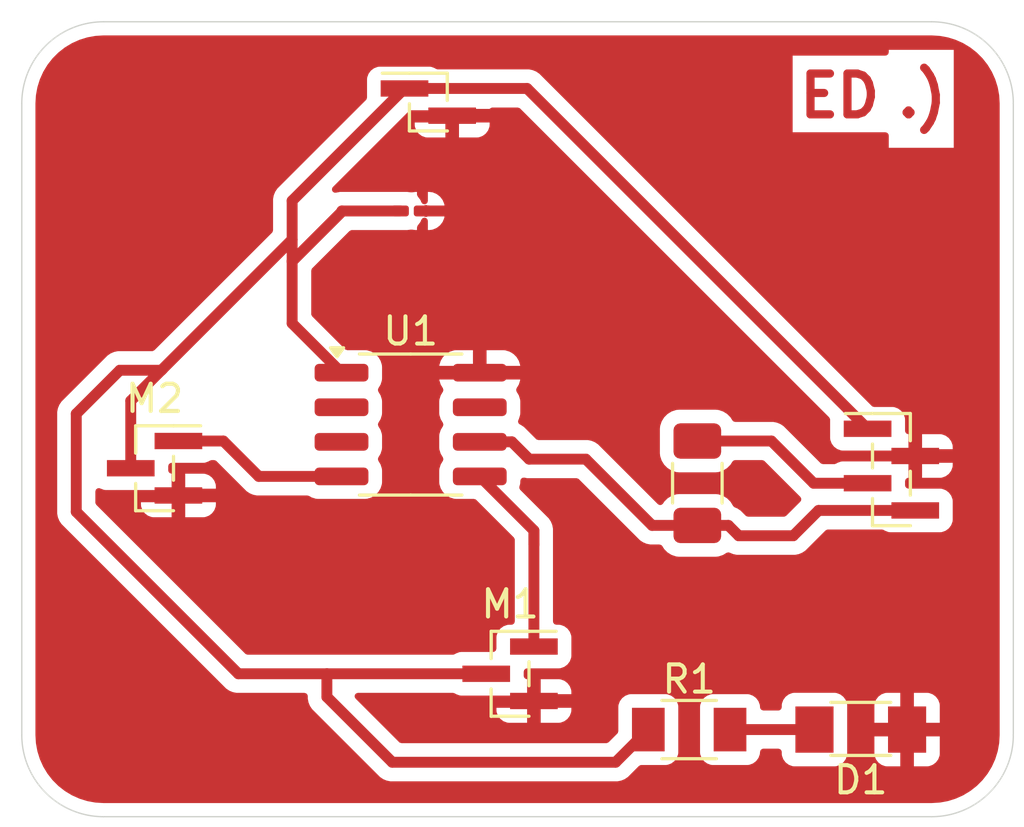
<source format=kicad_pcb>
(kicad_pcb (version 20240108) (generator "pcbnew") (generator_version "8.0")
  (layers (0 "F.Cu" signal) (31 "B.Cu" signal) (34 "B.Paste" user) (35 "F.Paste" user) (36 "B.SilkS" user "B.Silkscreen") (37 "F.SilkS" user "F.Silkscreen") (38 "B.Mask" user) (39 "F.Mask" user) (44 "Edge.Cuts" user))
  (net 0 "")
  (net 1 "Net-(UPDI1-Pin_3)")
  (net 2 "Net-(U1-~{RESET}{slash}PA0)")
  (net 3 "Net-(M1-PWM)")
  (net 4 "Net-(M2-PWM)")
  (net 8 "GND")
  (net 9 "Net-(M1-+)")
  (net 10 "Net-(D1-A)")
  (footprint "Connector_PinHeader_1.00mm:PinHeader_1x04_P1.00mm_Vertical_SMD_Pin1Left" (layer "F.Cu") (at 169.125 83.25)
    (property "Reference" "UPDI1" (hide yes))
    (property "Value" "Conn_01x04_Pin" (hide yes))
    (fp_line (start -0.695 -2.06) (end -1.69 -2.06) (stroke (width 0.12)) (layer "F.SilkS"))
    (fp_line (start -0.695 -2.06) (end -0.695 -2.06) (stroke (width 0.12)) (layer "F.SilkS"))
    (fp_line (start -0.695 -2.06) (end 0.695 -2.06) (stroke (width 0.12)) (layer "F.SilkS"))
    (fp_line (start -0.695 -0.94) (end -0.695 -0.06) (stroke (width 0.12)) (layer "F.SilkS"))
    (fp_line (start -0.695 1.06) (end -0.695 2.06) (stroke (width 0.12)) (layer "F.SilkS"))
    (fp_line (start -0.695 2.06) (end 0.695 2.06) (stroke (width 0.12)) (layer "F.SilkS"))
    (fp_line (start 0.695 -2.06) (end 0.695 -1.06) (stroke (width 0.12)) (layer "F.SilkS"))
    (fp_line (start 0.695 0.06) (end 0.695 0.94) (stroke (width 0.12)) (layer "F.SilkS"))
    (fp_line (start 0.695 2.06) (end 0.695 2.06) (stroke (width 0.12)) (layer "F.SilkS"))
    (pad "1" smd rect (at -0.875 -1.5) (size 1.75 0.6) (layers "F.Cu" "F.Paste" "F.Mask") (net 9 "Net-(M1-+)"))
    (pad "2" smd rect (at 0.875 -0.5) (size 1.75 0.6) (layers "F.Cu" "F.Paste" "F.Mask") (net 8 "GND"))
    (pad "3" smd rect (at -0.875 0.5) (size 1.75 0.6) (layers "F.Cu" "F.Paste" "F.Mask") (net 1 "Net-(UPDI1-Pin_3)"))
    (pad "4" smd rect (at 0.875 1.5) (size 1.75 0.6) (layers "F.Cu" "F.Paste" "F.Mask") (net 2 "Net-(U1-~{RESET}{slash}PA0)"))
  )
  (footprint "Package_SO:SOP-8_3.76x4.96mm_P1.27mm" (layer "F.Cu") (at 151.475 81.595)
    (property "Reference" "U1" (at 0 -3.43 0) (layer "F.SilkS"))
    (property "Value" "ATtiny412-SS")
    (fp_line (start 0 -2.59) (end -1.88 -2.59) (stroke (width 0.12)) (layer "F.SilkS"))
    (fp_line (start 0 -2.59) (end 1.88 -2.59) (stroke (width 0.12)) (layer "F.SilkS"))
    (fp_line (start 0 2.59) (end -1.88 2.59) (stroke (width 0.12)) (layer "F.SilkS"))
    (fp_line (start 0 2.59) (end 1.88 2.59) (stroke (width 0.12)) (layer "F.SilkS"))
    (fp_poly (pts (xy -2.7025 -2.49) (xy -2.9425 -2.82) (xy -2.4625 -2.82) (xy -2.7025 -2.49)) (stroke (width 0.12)) (fill solid) (layer "F.SilkS"))
    (pad "1" smd roundrect (at -2.5375 -1.905) (size 1.975 0.65) (layers "F.Cu" "F.Paste" "F.Mask") (net 9 "Net-(M1-+)"))
    (pad "2" smd roundrect (at -2.5375 -0.635) (size 1.975 0.65) (layers "F.Cu" "F.Paste" "F.Mask"))
    (pad "3" smd roundrect (at -2.5375 0.635) (size 1.975 0.65) (layers "F.Cu" "F.Paste" "F.Mask"))
    (pad "4" smd roundrect (at -2.5375 1.905) (size 1.975 0.65) (layers "F.Cu" "F.Paste" "F.Mask") (net 4 "Net-(M2-PWM)"))
    (pad "5" smd roundrect (at 2.5375 1.905) (size 1.975 0.65) (layers "F.Cu" "F.Paste" "F.Mask") (net 3 "Net-(M1-PWM)"))
    (pad "6" smd roundrect (at 2.5375 0.635) (size 1.975 0.65) (layers "F.Cu" "F.Paste" "F.Mask") (net 2 "Net-(U1-~{RESET}{slash}PA0)"))
    (pad "7" smd roundrect (at 2.5375 -0.635) (size 1.975 0.65) (layers "F.Cu" "F.Paste" "F.Mask"))
    (pad "8" smd roundrect (at 2.5375 -1.905) (size 1.975 0.65) (layers "F.Cu" "F.Paste" "F.Mask") (net 8 "GND"))
  )
  (footprint "Capacitor_SMD:C_0201_0603Metric_Pad0.64x0.40mm_HandSolder" (layer "F.Cu") (at 151.5 73.75 180)
    (property "Reference" "100muf1" (hide yes))
    (property "Value" "C")
    (pad "1" smd roundrect (at -0.4075 0 180) (size 0.635 0.4) (layers "F.Cu" "F.Mask") (net 8 "GND"))
    (pad "2" smd roundrect (at 0.4075 0 180) (size 0.635 0.4) (layers "F.Cu" "F.Mask") (net 9 "Net-(M1-+)"))
  )
  (footprint "fab:LED_1206" (layer "F.Cu") (at 168 92.8 180)
    (property "Reference" "D1" (at 0 -1.85 180) (layer "F.SilkS"))
    (property "Value" "LED_1206" (hide yes))
    (fp_line (start -1.1 1) (end 1.1 1) (stroke (width 0.12)) (layer "F.SilkS"))
    (fp_line (start -1.1 -0.95) (end 1.1 -0.95) (stroke (width 0.12)) (layer "F.SilkS"))
    (pad "1" smd rect (at -1.7 0 180) (size 1.4 1.7) (layers "F.Cu" "F.Paste" "F.Mask") (net 8 "GND"))
    (pad "2" smd rect (at 1.7 0 180) (size 1.4 1.7) (layers "F.Cu" "F.Paste" "F.Mask") (net 10 "Net-(D1-A)"))
  )
  (footprint "Connector_PinHeader_1.00mm:PinHeader_1x02_P1.00mm_Vertical_SMD_Pin1Left" (layer "F.Cu") (at 152.125 69.75)
    (property "Reference" "Power(5V)1" (hide yes))
    (property "Value" "Conn_01x02_Pin" (hide yes))
    (fp_line (start -0.695 -1.06) (end -1.69 -1.06) (stroke (width 0.12)) (layer "F.SilkS"))
    (fp_line (start -0.695 -1.06) (end -0.695 -1.06) (stroke (width 0.12)) (layer "F.SilkS"))
    (fp_line (start -0.695 -1.06) (end 0.695 -1.06) (stroke (width 0.12)) (layer "F.SilkS"))
    (fp_line (start -0.695 0.06) (end -0.695 1.06) (stroke (width 0.12)) (layer "F.SilkS"))
    (fp_line (start -0.695 1.06) (end 0.695 1.06) (stroke (width 0.12)) (layer "F.SilkS"))
    (fp_line (start 0.695 -1.06) (end 0.695 -0.06) (stroke (width 0.12)) (layer "F.SilkS"))
    (fp_line (start 0.695 1.06) (end 0.695 1.06) (stroke (width 0.12)) (layer "F.SilkS"))
    (pad "1" smd rect (at -0.875 -0.5) (size 1.75 0.6) (layers "F.Cu" "F.Paste" "F.Mask") (net 9 "Net-(M1-+)"))
    (pad "2" smd rect (at 0.875 0.5) (size 1.75 0.6) (layers "F.Cu" "F.Paste" "F.Mask") (net 8 "GND"))
  )
  (footprint "Connector_PinHeader_1.00mm:PinHeader_1x03_P1.00mm_Vertical_SMD_Pin1Right" (layer "F.Cu") (at 155.125 90.75)
    (property "Reference" "M1" (at 0 -2.56 0) (layer "F.SilkS"))
    (property "Value" "Motor_Servo" (hide yes))
    (fp_line (start -0.695 -1.56) (end -0.695 -0.56) (stroke (width 0.12)) (layer "F.SilkS"))
    (fp_line (start -0.695 -1.56) (end 0.695 -1.56) (stroke (width 0.12)) (layer "F.SilkS"))
    (fp_line (start -0.695 -1.44) (end -0.695 -0.56) (stroke (width 0.12)) (layer "F.SilkS"))
    (fp_line (start -0.695 0.56) (end -0.695 1.56) (stroke (width 0.12)) (layer "F.SilkS"))
    (fp_line (start -0.695 1.56) (end -0.695 1.56) (stroke (width 0.12)) (layer "F.SilkS"))
    (fp_line (start -0.695 1.56) (end 0.695 1.56) (stroke (width 0.12)) (layer "F.SilkS"))
    (fp_line (start 0.695 -1.56) (end 0.695 -1.56) (stroke (width 0.12)) (layer "F.SilkS"))
    (fp_line (start 0.695 -1.56) (end 1.69 -1.56) (stroke (width 0.12)) (layer "F.SilkS"))
    (fp_line (start 0.695 -0.44) (end 0.695 0.44) (stroke (width 0.12)) (layer "F.SilkS"))
    (pad "1" smd rect (at 0.875 -1) (size 1.75 0.6) (layers "F.Cu" "F.Paste" "F.Mask") (net 3 "Net-(M1-PWM)"))
    (pad "2" smd rect (at -0.875 0) (size 1.75 0.6) (layers "F.Cu" "F.Paste" "F.Mask") (net 9 "Net-(M1-+)"))
    (pad "3" smd rect (at 0.875 1) (size 1.75 0.6) (layers "F.Cu" "F.Paste" "F.Mask") (net 8 "GND"))
  )
  (footprint "Connector_PinHeader_1.00mm:PinHeader_1x03_P1.00mm_Vertical_SMD_Pin1Right" (layer "F.Cu") (at 142.075 83.2)
    (property "Reference" "M2" (at 0 -2.56 0) (layer "F.SilkS"))
    (property "Value" "Motor_Servo" (hide yes))
    (fp_line (start -0.695 -1.56) (end -0.695 -0.56) (stroke (width 0.12)) (layer "F.SilkS"))
    (fp_line (start -0.695 -1.56) (end 0.695 -1.56) (stroke (width 0.12)) (layer "F.SilkS"))
    (fp_line (start -0.695 -1.44) (end -0.695 -0.56) (stroke (width 0.12)) (layer "F.SilkS"))
    (fp_line (start -0.695 0.56) (end -0.695 1.56) (stroke (width 0.12)) (layer "F.SilkS"))
    (fp_line (start -0.695 1.56) (end -0.695 1.56) (stroke (width 0.12)) (layer "F.SilkS"))
    (fp_line (start -0.695 1.56) (end 0.695 1.56) (stroke (width 0.12)) (layer "F.SilkS"))
    (fp_line (start 0.695 -1.56) (end 0.695 -1.56) (stroke (width 0.12)) (layer "F.SilkS"))
    (fp_line (start 0.695 -1.56) (end 1.69 -1.56) (stroke (width 0.12)) (layer "F.SilkS"))
    (fp_line (start 0.695 -0.44) (end 0.695 0.44) (stroke (width 0.12)) (layer "F.SilkS"))
    (pad "1" smd rect (at 0.875 -1) (size 1.75 0.6) (layers "F.Cu" "F.Paste" "F.Mask") (net 4 "Net-(M2-PWM)"))
    (pad "2" smd rect (at -0.875 0) (size 1.75 0.6) (layers "F.Cu" "F.Paste" "F.Mask") (net 9 "Net-(M1-+)"))
    (pad "3" smd rect (at 0.875 1) (size 1.75 0.6) (layers "F.Cu" "F.Paste" "F.Mask") (net 8 "GND"))
  )
  (footprint "fab:R_1206" (layer "F.Cu") (at 161.7 92.8)
    (property "Reference" "R1" (at 0 -1.85 0) (layer "F.SilkS"))
    (property "Value" "R_1206" (hide yes))
    (fp_line (start -1 -1.07) (end 1 -1.07) (stroke (width 0.12)) (layer "F.SilkS"))
    (fp_line (start 1 1.07) (end -1 1.07) (stroke (width 0.12)) (layer "F.SilkS"))
    (pad "1" smd rect (at -1.5 0) (size 1.2 1.6) (layers "F.Cu" "F.Paste" "F.Mask") (net 9 "Net-(M1-+)"))
    (pad "2" smd rect (at 1.5 0) (size 1.2 1.6) (layers "F.Cu" "F.Paste" "F.Mask") (net 10 "Net-(D1-A)"))
  )
  (footprint "Resistor_SMD:R_1206_3216Metric_Pad1.30x1.75mm_HandSolder" (layer "F.Cu") (at 162 83.75 90)
    (property "Reference" "4.7KOhm1" (hide yes))
    (property "Value" "R" (hide yes))
    (fp_line (start -0.727064 -0.91) (end 0.727064 -0.91) (stroke (width 0.12)) (layer "F.SilkS"))
    (fp_line (start -0.727064 0.91) (end 0.727064 0.91) (stroke (width 0.12)) (layer "F.SilkS"))
    (pad "1" smd roundrect (at -1.55 0 90) (size 1.3 1.75) (layers "F.Cu" "F.Paste" "F.Mask") (roundrect_rratio 0.192308) (net 2 "Net-(U1-~{RESET}{slash}PA0)"))
    (pad "2" smd roundrect (at 1.55 0 90) (size 1.3 1.75) (layers "F.Cu" "F.Paste" "F.Mask") (roundrect_rratio 0.192308) (net 1 "Net-(UPDI1-Pin_3)"))
  )
  (gr_arc (start 140.2 96) (mid 138.07868 95.12132) (end 137.2 93) (stroke (width 0.05)) (layer "Edge.Cuts"))
  (gr_arc (start 137.2 69.8) (mid 138.07868 67.67868) (end 140.2 66.8) (stroke (width 0.05)) (layer "Edge.Cuts"))
  (gr_line (start 173.6 69.8) (end 173.6 93) (stroke (width 0.05)) (layer "Edge.Cuts"))
  (gr_arc (start 170.6 66.8) (mid 172.72132 67.67868) (end 173.6 69.8) (stroke (width 0.05)) (layer "Edge.Cuts"))
  (gr_line (start 137.2 93) (end 137.2 69.8) (stroke (width 0.05)) (layer "Edge.Cuts"))
  (gr_line (start 170.6 96) (end 140.2 96) (stroke (width 0.05)) (layer "Edge.Cuts"))
  (gr_arc (start 173.6 93) (mid 172.72132 95.12132) (end 170.6 96) (stroke (width 0.05)) (layer "Edge.Cuts"))
  (gr_line (start 140.2 66.8) (end 170.6 66.8) (stroke (width 0.05)) (layer "Edge.Cuts"))
  (gr_text "ED" (at 165.6 70.4 0) (layer "F.Cu") (effects (font (size 1.5 1.5) (thickness 0.3) (bold yes)) (justify left bottom)))
  (gr_text ".)" (at 169.2 70.4 0) (layer "F.Cu") (effects (font (size 1.5 1.5) (thickness 0.3) (bold yes)) (justify left bottom)))
  (segment (start 166.27 83.75) (end 164.72 82.2) (width 0.4) (layer "F.Cu") (net 1))
  (segment (start 164.72 82.2) (end 162 82.2) (width 0.4) (layer "F.Cu") (net 1))
  (segment (start 162.05 82.25) (end 162 82.2) (width 0.2) (layer "F.Cu") (net 1))
  (segment (start 168.25 83.75) (end 166.27 83.75) (width 0.4) (layer "F.Cu") (net 1))
  (segment (start 157.905 82.865) (end 155.825 82.865) (width 0.4) (layer "F.Cu") (net 2))
  (segment (start 163.14 85.3) (end 162 85.3) (width 0.4) (layer "F.Cu") (net 2))
  (segment (start 155.825 82.865) (end 155.19 82.23) (width 0.4) (layer "F.Cu") (net 2))
  (segment (start 155.19 82.23) (end 154.0125 82.23) (width 0.4) (layer "F.Cu") (net 2))
  (segment (start 162.45 85.75) (end 162 85.3) (width 0.2) (layer "F.Cu") (net 2))
  (segment (start 162 85.3) (end 160.34 85.3) (width 0.4) (layer "F.Cu") (net 2))
  (segment (start 163.52 85.68) (end 163.14 85.3) (width 0.4) (layer "F.Cu") (net 2))
  (segment (start 160.34 85.3) (end 157.905 82.865) (width 0.4) (layer "F.Cu") (net 2))
  (segment (start 165.52 85.68) (end 163.52 85.68) (width 0.4) (layer "F.Cu") (net 2))
  (segment (start 170 84.75) (end 166.45 84.75) (width 0.4) (layer "F.Cu") (net 2))
  (segment (start 166.45 84.75) (end 165.52 85.68) (width 0.4) (layer "F.Cu") (net 2))
  (segment (start 156 86) (end 156 85.58) (width 0.4) (layer "F.Cu") (net 3))
  (segment (start 154.0125 83.5) (end 156 85.4875) (width 0.4) (layer "F.Cu") (net 3))
  (segment (start 156 89.75) (end 155.825 89.575) (width 0.2) (layer "F.Cu") (net 3))
  (segment (start 156 85.4875) (end 156 86) (width 0.4) (layer "F.Cu") (net 3))
  (segment (start 156 85.58) (end 155.825 85.405) (width 0.2) (layer "F.Cu") (net 3))
  (segment (start 156 89.75) (end 156 86) (width 0.4) (layer "F.Cu") (net 3))
  (segment (start 145.9 83.5) (end 148.9375 83.5) (width 0.4) (layer "F.Cu") (net 4))
  (segment (start 142.95 82.2) (end 144.6 82.2) (width 0.4) (layer "F.Cu") (net 4))
  (segment (start 144.6 82.2) (end 145.9 83.5) (width 0.4) (layer "F.Cu") (net 4))
  (segment (start 140.8 79.6) (end 142.325 79.6) (width 0.4) (layer "F.Cu") (net 9))
  (segment (start 141.2 80.725) (end 142.3625 79.5625) (width 0.4) (layer "F.Cu") (net 9))
  (segment (start 148.95 73.75) (end 148.95 73.775) (width 0.4) (layer "F.Cu") (net 9))
  (segment (start 141.2 83.2) (end 141.2 80.725) (width 0.4) (layer "F.Cu") (net 9))
  (segment (start 148.9375 79.69) (end 147.125 77.8775) (width 0.4) (layer "F.Cu") (net 9))
  (segment (start 148.4 90.75) (end 154.25 90.75) (width 0.4) (layer "F.Cu") (net 9))
  (segment (start 151.25 69.25) (end 155.75 69.25) (width 0.4) (layer "F.Cu") (net 9))
  (segment (start 147.125 77.8775) (end 147.125 75.6) (width 0.4) (layer "F.Cu") (net 9))
  (segment (start 145.15 90.75) (end 148.4 90.75) (width 0.4) (layer "F.Cu") (net 9))
  (segment (start 148.95 73.775) (end 147.125 75.6) (width 0.4) (layer "F.Cu") (net 9))
  (segment (start 139.2 84.8) (end 139.2 81.2) (width 0.4) (layer "F.Cu") (net 9))
  (segment (start 151.25 69.25) (end 147.125 73.375) (width 0.4) (layer "F.Cu") (net 9))
  (segment (start 150.8 94) (end 148.4 91.6) (width 0.4) (layer "F.Cu") (net 9))
  (segment (start 148.95 73.75) (end 151.0925 73.75) (width 0.4) (layer "F.Cu") (net 9))
  (segment (start 142.3625 79.5625) (end 147.125 74.8) (width 0.4) (layer "F.Cu") (net 9))
  (segment (start 159 94) (end 150.8 94) (width 0.4) (layer "F.Cu") (net 9))
  (segment (start 142.325 79.6) (end 142.3625 79.5625) (width 0.4) (layer "F.Cu") (net 9))
  (segment (start 147.125 75.6) (end 147.125 74.8) (width 0.4) (layer "F.Cu") (net 9))
  (segment (start 147.125 73.375) (end 147.125 74.8) (width 0.4) (layer "F.Cu") (net 9))
  (segment (start 139.2 81.2) (end 140.8 79.6) (width 0.4) (layer "F.Cu") (net 9))
  (segment (start 160.2 92.8) (end 159 94) (width 0.4) (layer "F.Cu") (net 9))
  (segment (start 139.2 84.8) (end 145.15 90.75) (width 0.4) (layer "F.Cu") (net 9))
  (segment (start 148.4 91.6) (end 148.4 90.75) (width 0.4) (layer "F.Cu") (net 9))
  (segment (start 155.75 69.25) (end 168.25 81.75) (width 0.4) (layer "F.Cu") (net 9))
  (segment (start 166.3 92.8) (end 163.2 92.8) (width 0.4) (layer "F.Cu") (net 10))
  (zone (net 8) (net_name "GND") (layer "F.Cu") (connect_pads (clearance 0.5)) (min_thickness 0.25) (fill yes (thermal_gap 0.5) (thermal_bridge_width 0.5))
    (polygon (pts (xy 136.4 66) (xy 174 66) (xy 174 95.2) (xy 172.8 96.4) (xy 136.8 96.4) (xy 136.4 96)))
  )
)
</source>
